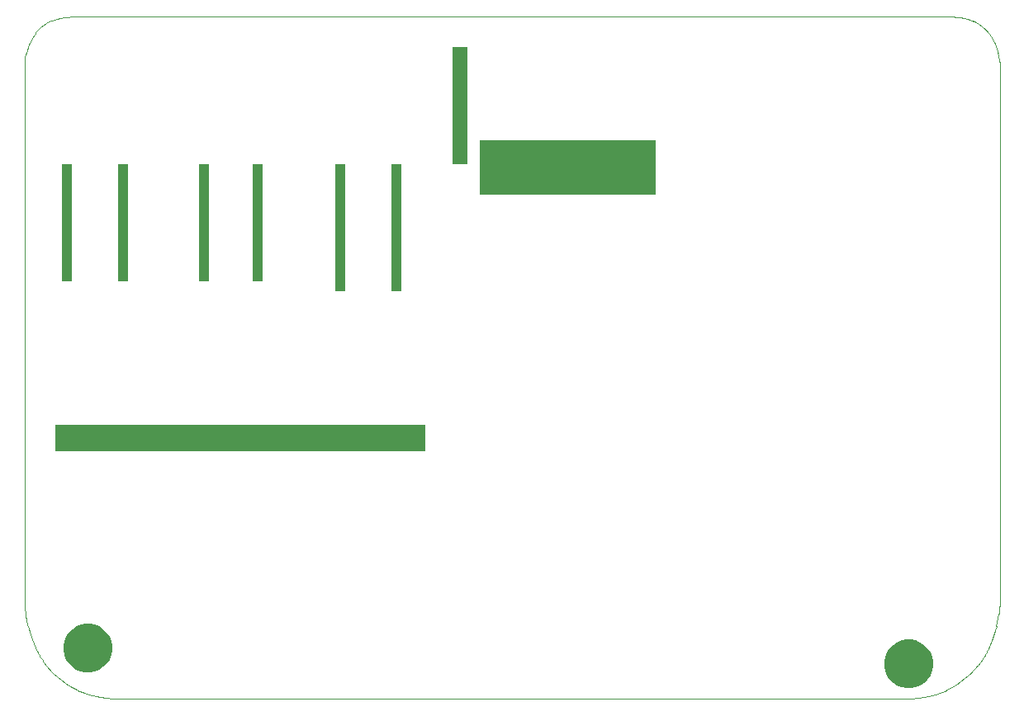
<source format=gbr>
%TF.GenerationSoftware,Altium Limited,Altium Designer,22.0.2 (36)*%
G04 Layer_Color=0*
%FSLAX45Y45*%
%MOMM*%
%TF.SameCoordinates,D2D0E374-18DE-4B15-8EA8-0B9E4DC8859C*%
%TF.FilePolarity,Positive*%
%TF.FileFunction,Profile,NP*%
%TF.Part,Single*%
G01*
G75*
%TA.AperFunction,Profile*%
%ADD84C,0.02540*%
G36*
X9828283Y1372344D02*
Y1347721D01*
X9837890Y1299422D01*
X9856736Y1253925D01*
X9884095Y1212979D01*
X9918917Y1178157D01*
X9959863Y1150797D01*
X10005361Y1131952D01*
X10053660Y1122344D01*
X10078283D01*
X10102906D01*
X10151205Y1131952D01*
X10196702Y1150797D01*
X10237649Y1178157D01*
X10272471Y1212979D01*
X10299830Y1253925D01*
X10318676Y1299422D01*
X10328283Y1347721D01*
Y1372344D01*
Y1396967D01*
X10318676Y1445267D01*
X10299830Y1490764D01*
X10272471Y1531710D01*
X10237649Y1566532D01*
X10196702Y1593891D01*
X10151205Y1612737D01*
X10102906Y1622344D01*
X10078283D01*
X10053660D01*
X10005361Y1612737D01*
X9959863Y1593891D01*
X9918917Y1566532D01*
X9884095Y1531710D01*
X9856736Y1490764D01*
X9837890Y1445267D01*
X9828283Y1396967D01*
Y1372344D01*
D01*
D02*
G37*
G36*
X1412035Y1534434D02*
Y1509811D01*
X1421642Y1461511D01*
X1440487Y1416014D01*
X1467847Y1375068D01*
X1502669Y1340246D01*
X1543615Y1312887D01*
X1589112Y1294041D01*
X1637412Y1284434D01*
X1662035D01*
X1686657D01*
X1734957Y1294041D01*
X1780454Y1312887D01*
X1821400Y1340246D01*
X1856222Y1375068D01*
X1883581Y1416014D01*
X1902427Y1461511D01*
X1912035Y1509811D01*
Y1534434D01*
Y1559057D01*
X1902427Y1607356D01*
X1883581Y1652853D01*
X1856222Y1693800D01*
X1821400Y1728621D01*
X1780454Y1755981D01*
X1734957Y1774826D01*
X1686657Y1784434D01*
X1662035D01*
X1637412D01*
X1589112Y1774826D01*
X1543615Y1755981D01*
X1502669Y1728621D01*
X1467847Y1693800D01*
X1440487Y1652853D01*
X1421642Y1607356D01*
X1412035Y1559057D01*
Y1534434D01*
D01*
D02*
G37*
G36*
X5680000Y6190000D02*
Y6750000D01*
X7480000D01*
Y6190000D01*
X5680000D01*
D02*
G37*
G36*
X5400000Y6500000D02*
Y7700000D01*
X5550000D01*
Y6500000D01*
X5400000D01*
D02*
G37*
G36*
X5125000Y3550000D02*
X1325000D01*
Y3825000D01*
X5125000D01*
Y3550000D01*
D02*
G37*
G36*
X1500000Y5300000D02*
X1400000D01*
Y6500000D01*
X1500000D01*
Y5300000D01*
D02*
G37*
G36*
X1975000D02*
X2075000D01*
Y6500000D01*
X1975000D01*
Y5300000D01*
D02*
G37*
G36*
X3350000D02*
X3450000D01*
Y6500000D01*
X3350000D01*
Y5300000D01*
D02*
G37*
G36*
X2900000D02*
X2800000D01*
Y6500000D01*
X2900000D01*
Y5300000D01*
D02*
G37*
G36*
X4775000Y5200000D02*
X4875000D01*
Y6500000D01*
X4775000D01*
Y5200000D01*
D02*
G37*
G36*
X4300000D02*
X4200000D01*
Y6500000D01*
X4300000D01*
Y5200000D01*
D02*
G37*
D84*
X1013014Y1999457D02*
X1013001Y1999834D01*
X1012988Y2000207D01*
X1012975Y2000574D01*
X1012962Y2000936D01*
X1012950Y2001293D01*
X1012938Y2001645D01*
X1012927Y2001991D01*
X1012916Y2002332D01*
X1012905Y2002668D01*
X1012895Y2002998D01*
X1012885Y2003323D01*
X1012876Y2003643D01*
X1012866Y2003958D01*
X1012858Y2004267D01*
X1012849Y2004571D01*
X1012840Y2004869D01*
X1012833Y2005162D01*
X1012825Y2005450D01*
X1012818Y2005732D01*
X1012811Y2006009D01*
X1012804Y2006280D01*
X1012797Y2006547D01*
X1012791Y2006807D01*
X1012785Y2007062D01*
X1012780Y2007312D01*
X1012774Y2007556D01*
X1012769Y2007795D01*
X1012764Y2008028D01*
X1012759Y2008256D01*
X1012755Y2008478D01*
X1012751Y2008694D01*
X1012747Y2008905D01*
X1012743Y2009111D01*
X1012739Y2009310D01*
X1012736Y2009505D01*
X1012733Y2009693D01*
X1012730Y2009877D01*
X1012727Y2010054D01*
X1012724Y2010226D01*
X1012722Y2010392D01*
X1012720Y2010552D01*
X1012718Y2010707D01*
X1012716Y2010856D01*
X1012714Y2011000D01*
X1012712Y2011137D01*
X1012711Y2011269D01*
X1012709Y2011396D01*
X1012708Y2011516D01*
X1012707Y2011631D01*
X1012706Y2011740D01*
X1012705Y2011843D01*
X1012704Y2011940D01*
X1012703Y2012032D01*
X1012703Y2012117D01*
X1012702Y2012197D01*
X1012702Y2012271D01*
X1012701Y2012340D01*
X1012701Y2012402D01*
X1012701Y2012459D01*
Y2012509D01*
X1012700Y2012554D01*
X1012700Y2012592D01*
Y7512773D01*
X1012700Y7512821D01*
X1012701Y7512849D01*
Y7512880D01*
X1012701Y7512914D01*
X1012701Y7512951D01*
X1012701Y7512991D01*
X1012702Y7513034D01*
X1012702Y7513080D01*
X1012702Y7513128D01*
X1012703Y7513180D01*
X1012703Y7513235D01*
X1012704Y7513292D01*
X1012705Y7513352D01*
X1012705Y7513415D01*
X1012706Y7513481D01*
X1012707Y7513550D01*
X1012708Y7513622D01*
X1012709Y7513696D01*
X1012710Y7513774D01*
X1012711Y7513854D01*
X1012712Y7513937D01*
X1012713Y7514023D01*
X1012715Y7514112D01*
X1012716Y7514203D01*
X1012718Y7514297D01*
X1012720Y7514395D01*
X1012721Y7514494D01*
X1012723Y7514597D01*
X1012725Y7514703D01*
X1012727Y7514811D01*
X1012729Y7514922D01*
X1012732Y7515036D01*
X1012734Y7515153D01*
X1012737Y7515272D01*
X1012740Y7515394D01*
X1012742Y7515519D01*
X1012745Y7515646D01*
X1012749Y7515777D01*
X1012752Y7515910D01*
X1012755Y7516045D01*
X1012759Y7516184D01*
X1012763Y7516325D01*
X1012766Y7516469D01*
X1012770Y7516615D01*
X1012774Y7516764D01*
X1012779Y7516916D01*
X1012783Y7517071D01*
X1012788Y7517228D01*
X1012792Y7517388D01*
X1012798Y7517551D01*
X1012803Y7517716D01*
X1012808Y7517884D01*
X1012813Y7518055D01*
X1012819Y7518228D01*
X1012825Y7518403D01*
X1012831Y7518582D01*
X1012837Y7518763D01*
X1012844Y7518946D01*
X1012850Y7519133D01*
X1012857Y7519322D01*
X1012864Y7519513D01*
X1012871Y7519707D01*
X1012879Y7519903D01*
X1012886Y7520103D01*
X1012894Y7520304D01*
X1012902Y7520509D01*
X1012911Y7520715D01*
X1012919Y7520925D01*
X1012937Y7521351D01*
X1012956Y7521788D01*
X1012976Y7522235D01*
X1012996Y7522691D01*
X1013018Y7523158D01*
X1013041Y7523634D01*
X1013065Y7524121D01*
X1013089Y7524617D01*
X1013115Y7525123D01*
X1013142Y7525639D01*
X1013170Y7526165D01*
X1013200Y7526700D01*
X1013231Y7527245D01*
X1013262Y7527799D01*
X1013295Y7528363D01*
X1013330Y7528936D01*
X1013366Y7529519D01*
X1013402Y7530111D01*
X1013441Y7530712D01*
X1013480Y7531323D01*
X1013521Y7531943D01*
X1013564Y7532572D01*
X1013630Y7533533D01*
X1013700Y7534514D01*
X1013773Y7535515D01*
X1013850Y7536536D01*
X1013930Y7537577D01*
X1014014Y7538638D01*
X1014102Y7539718D01*
X1014193Y7540818D01*
X1014288Y7541937D01*
X1014387Y7543075D01*
X1014526Y7544622D01*
X1014672Y7546202D01*
X1014826Y7547814D01*
X1014987Y7549460D01*
X1015156Y7551137D01*
X1015380Y7553278D01*
X1015616Y7555468D01*
X1015866Y7557706D01*
X1016184Y7560454D01*
X1016523Y7563268D01*
X1016945Y7566634D01*
X1017464Y7570588D01*
X1018097Y7575167D01*
X1019025Y7581484D01*
X1020513Y7590825D01*
D02*
G02*
X1029864Y7636809I652265J-108702D01*
G01*
X1032352Y7646796D01*
X1034507Y7654942D01*
X1036616Y7662521D01*
X1038647Y7669498D01*
X1040791Y7676552D01*
X1042818Y7682960D01*
X1044941Y7689420D01*
X1046909Y7695204D01*
X1048956Y7701022D01*
X1051083Y7706872D01*
X1053291Y7712751D01*
X1055292Y7717916D01*
X1057357Y7723099D01*
X1059488Y7728297D01*
X1061686Y7733509D01*
X1063952Y7738733D01*
X1066286Y7743965D01*
X1068690Y7749206D01*
X1071165Y7754451D01*
X1073712Y7759700D01*
X1076332Y7764950D01*
X1079026Y7770199D01*
X1081794Y7775445D01*
X1084639Y7780686D01*
X1087561Y7785920D01*
X1090560Y7791145D01*
X1093639Y7796359D01*
X1096798Y7801559D01*
X1100038Y7806745D01*
X1103361Y7811912D01*
X1106766Y7817061D01*
X1110256Y7822188D01*
X1113831Y7827291D01*
X1118022Y7833093D01*
X1122328Y7838857D01*
X1126750Y7844582D01*
D02*
G02*
X1131864Y7850972I347289J-272744D01*
G01*
D02*
G02*
X1137129Y7857303I337869J-275600D01*
G01*
D02*
G02*
X1143158Y7864264I329893J-279648D01*
G01*
D02*
G02*
X1150013Y7871825I319932J-283154D01*
G01*
D02*
G02*
X1157759Y7879948I308754J-286663D01*
G01*
D02*
G02*
X1167158Y7889248I299076J-292871D01*
G01*
D02*
G02*
X1180551Y7901535I286388J-298740D01*
G01*
D02*
G02*
X1240078Y7944985I270930J-308678D01*
G01*
D02*
G02*
X1251806Y7951774I215174J-358135D01*
G01*
D02*
G02*
X1261097Y7956803I204944J-367550D01*
G01*
D02*
G02*
X1269661Y7961179I199125J-379152D01*
G01*
D02*
G02*
X1277438Y7964946I192345J-387124D01*
G01*
D02*
G02*
X1284369Y7968145I185097J-391947D01*
G01*
D02*
G02*
X1291421Y7971252I181800J-403129D01*
G01*
X1297561Y7973839D01*
X1303791Y7976355D01*
X1310112Y7978798D01*
X1316523Y7981168D01*
X1321935Y7983086D01*
X1327411Y7984951D01*
X1332952Y7986762D01*
X1338557Y7988519D01*
X1344227Y7990221D01*
X1349963Y7991867D01*
X1354599Y7993144D01*
X1359277Y7994383D01*
X1363998Y7995586D01*
X1368761Y7996752D01*
X1373567Y7997879D01*
X1378416Y7998969D01*
X1383309Y8000020D01*
X1388245Y8001032D01*
X1393224Y8002005D01*
X1398248Y8002938D01*
X1403315Y8003832D01*
X1408426Y8004684D01*
X1413582Y8005496D01*
X1418783Y8006267D01*
X1424028Y8006996D01*
X1427992Y8007516D01*
X1431981Y8008012D01*
X1435995Y8008483D01*
X1440035Y8008931D01*
X1444101Y8009355D01*
X1448192Y8009754D01*
X1452309Y8010128D01*
X1456452Y8010478D01*
X1460621Y8010803D01*
X1464815Y8011102D01*
X1469036Y8011377D01*
X1473284Y8011626D01*
X1477557Y8011850D01*
X1481857Y8012048D01*
X1486183Y8012220D01*
X1490536Y8012366D01*
X1494915Y8012486D01*
X1499321Y8012579D01*
X1503754Y8012646D01*
X1508213Y8012687D01*
X1512700Y8012700D01*
X10512700D01*
X10518676Y8012676D01*
X10523127Y8012627D01*
X10527550Y8012551D01*
X10531947Y8012449D01*
X10536318Y8012320D01*
X10540662Y8012165D01*
X10544979Y8011984D01*
X10549270Y8011778D01*
X10553535Y8011546D01*
X10557773Y8011288D01*
X10561985Y8011005D01*
X10566172Y8010697D01*
X10570332Y8010364D01*
X10574466Y8010006D01*
X10578575Y8009623D01*
X10582657Y8009216D01*
X10586714Y8008785D01*
X10590746Y8008329D01*
X10594751Y8007849D01*
X10598732Y8007345D01*
X10602687Y8006818D01*
X10606617Y8006267D01*
X10611817Y8005496D01*
X10616973Y8004684D01*
X10622085Y8003832D01*
X10627152Y8002938D01*
X10632176Y8002005D01*
X10637155Y8001032D01*
X10642091Y8000020D01*
X10646984Y7998969D01*
X10651833Y7997879D01*
X10656639Y7996752D01*
X10661402Y7995586D01*
X10666123Y7994383D01*
X10670801Y7993144D01*
X10675437Y7991867D01*
X10680031Y7990555D01*
X10685714Y7988864D01*
X10691332Y7987118D01*
X10696886Y7985317D01*
X10702375Y7983463D01*
X10707800Y7981556D01*
X10713161Y7979596D01*
X10719512Y7977177D01*
X10725772Y7974685D01*
X10731942Y7972122D01*
X10739028Y7969042D01*
D02*
G02*
X10745994Y7965870I-178409J-400938D01*
G01*
D02*
G02*
X10753809Y7962132I-181171J-388829D01*
G01*
D02*
G02*
X10762417Y7957788I-187570J-382364D01*
G01*
D02*
G02*
X10771755Y7952794I-194920J-375689D01*
G01*
D02*
G02*
X10782650Y7946576I-202506J-367523D01*
G01*
D02*
G02*
X10796659Y7937923I-210599J-356613D01*
G01*
D02*
G02*
X10860968Y7886612I-222819J-345213D01*
G01*
D02*
G02*
X10870255Y7877256I-293221J-300346D01*
G01*
D02*
G02*
X10877907Y7869088I-305322J-293727D01*
G01*
D02*
G02*
X10884070Y7862184I-314082J-286609D01*
G01*
D02*
G02*
X10890043Y7855199I-324052J-283128D01*
G01*
D02*
G02*
X10895258Y7848848I-331958J-277890D01*
G01*
D02*
G02*
X10900322Y7842440I-342788J-276118D01*
G01*
X10904700Y7836700D01*
X10908963Y7830921D01*
X10913112Y7825107D01*
X10916650Y7819994D01*
X10920103Y7814857D01*
X10923473Y7809700D01*
X10926760Y7804524D01*
X10929965Y7799332D01*
X10933090Y7794126D01*
X10936135Y7788907D01*
X10939101Y7783678D01*
X10941990Y7778441D01*
X10944802Y7773197D01*
X10947538Y7767950D01*
X10950200Y7762700D01*
X10952788Y7757450D01*
X10955304Y7752203D01*
X10957749Y7746959D01*
X10960123Y7741722D01*
X10962428Y7736493D01*
X10964664Y7731274D01*
X10966833Y7726068D01*
X10968936Y7720876D01*
X10970973Y7715700D01*
X10973223Y7709808D01*
X10975391Y7703943D01*
X10977477Y7698109D01*
X10979485Y7692307D01*
X10981650Y7685825D01*
X10983720Y7679393D01*
X10985695Y7673016D01*
X10987782Y7666000D01*
X10989950Y7658374D01*
X10992168Y7650174D01*
X10994568Y7640777D01*
D02*
G02*
X10997368Y7628989I-631487J-156236D01*
G01*
D02*
G02*
X11006774Y7578824I-644601J-146828D01*
G01*
X11007591Y7573115D01*
X11008200Y7568597D01*
X11008700Y7564700D01*
X11009105Y7561384D01*
X11009430Y7558614D01*
X11009686Y7556357D01*
X11009927Y7554148D01*
X11010156Y7551987D01*
X11010329Y7550294D01*
X11010494Y7548633D01*
X11010652Y7547004D01*
X11010802Y7545408D01*
X11010944Y7543844D01*
X11011079Y7542314D01*
X11011176Y7541189D01*
X11011268Y7540083D01*
X11011357Y7538996D01*
X11011442Y7537929D01*
X11011524Y7536881D01*
X11011602Y7535853D01*
X11011676Y7534845D01*
X11011747Y7533857D01*
X11011814Y7532890D01*
X11011857Y7532256D01*
X11011899Y7531632D01*
X11011940Y7531017D01*
X11011978Y7530411D01*
X11012016Y7529814D01*
X11012052Y7529226D01*
X11012087Y7528648D01*
X11012121Y7528080D01*
X11012153Y7527521D01*
X11012185Y7526971D01*
X11012215Y7526431D01*
X11012244Y7525901D01*
X11012271Y7525380D01*
X11012298Y7524869D01*
X11012323Y7524368D01*
X11012348Y7523876D01*
X11012371Y7523395D01*
X11012393Y7522923D01*
X11012414Y7522462D01*
X11012434Y7522010D01*
X11012453Y7521568D01*
X11012472Y7521137D01*
X11012489Y7520715D01*
X11012497Y7520509D01*
X11012506Y7520304D01*
X11012513Y7520103D01*
X11012521Y7519903D01*
X11012528Y7519707D01*
X11012536Y7519513D01*
X11012543Y7519322D01*
X11012549Y7519133D01*
X11012556Y7518946D01*
X11012563Y7518763D01*
X11012569Y7518582D01*
X11012575Y7518403D01*
X11012581Y7518228D01*
X11012587Y7518055D01*
X11012592Y7517884D01*
X11012597Y7517716D01*
X11012602Y7517551D01*
X11012607Y7517388D01*
X11012612Y7517228D01*
X11012617Y7517071D01*
X11012621Y7516916D01*
X11012625Y7516764D01*
X11012630Y7516615D01*
X11012634Y7516469D01*
X11012637Y7516325D01*
X11012641Y7516184D01*
X11012645Y7516045D01*
X11012648Y7515910D01*
X11012651Y7515777D01*
X11012654Y7515646D01*
X11012657Y7515519D01*
X11012660Y7515394D01*
X11012663Y7515272D01*
X11012666Y7515153D01*
X11012668Y7515036D01*
X11012670Y7514922D01*
X11012672Y7514811D01*
X11012675Y7514703D01*
X11012677Y7514597D01*
X11012679Y7514494D01*
X11012680Y7514395D01*
X11012682Y7514297D01*
X11012684Y7514203D01*
X11012685Y7514112D01*
X11012686Y7514023D01*
X11012688Y7513937D01*
X11012689Y7513854D01*
X11012690Y7513774D01*
X11012691Y7513696D01*
X11012692Y7513622D01*
X11012693Y7513550D01*
X11012694Y7513481D01*
X11012695Y7513415D01*
X11012695Y7513352D01*
X11012696Y7513292D01*
X11012697Y7513235D01*
X11012697Y7513180D01*
X11012698Y7513128D01*
X11012698Y7513080D01*
X11012698Y7513034D01*
X11012699Y7512991D01*
X11012699Y7512951D01*
X11012699Y7512914D01*
X11012699Y7512880D01*
Y7512849D01*
X11012700Y7512821D01*
X11012700Y7512773D01*
Y2012592D01*
X11012700Y2012554D01*
X11012699Y2012509D01*
Y2012459D01*
X11012699Y2012402D01*
X11012699Y2012340D01*
X11012698Y2012271D01*
X11012698Y2012197D01*
X11012697Y2012117D01*
X11012697Y2012032D01*
X11012696Y2011940D01*
X11012695Y2011843D01*
X11012694Y2011740D01*
X11012693Y2011631D01*
X11012692Y2011516D01*
X11012691Y2011396D01*
X11012689Y2011269D01*
X11012688Y2011137D01*
X11012686Y2011000D01*
X11012684Y2010856D01*
X11012682Y2010707D01*
X11012680Y2010552D01*
X11012678Y2010392D01*
X11012675Y2010226D01*
X11012673Y2010054D01*
X11012670Y2009877D01*
X11012667Y2009693D01*
X11012664Y2009505D01*
X11012661Y2009310D01*
X11012657Y2009111D01*
X11012653Y2008905D01*
X11012649Y2008694D01*
X11012645Y2008478D01*
X11012641Y2008256D01*
X11012636Y2008028D01*
X11012631Y2007795D01*
X11012626Y2007556D01*
X11012620Y2007312D01*
X11012615Y2007062D01*
X11012609Y2006807D01*
X11012603Y2006547D01*
X11012596Y2006280D01*
X11012589Y2006009D01*
X11012582Y2005732D01*
X11012575Y2005450D01*
X11012567Y2005162D01*
X11012559Y2004869D01*
X11012551Y2004571D01*
X11012542Y2004267D01*
X11012533Y2003958D01*
X11012524Y2003643D01*
X11012515Y2003323D01*
X11012505Y2002998D01*
X11012495Y2002668D01*
X11012484Y2002332D01*
X11012473Y2001991D01*
X11012462Y2001645D01*
X11012450Y2001293D01*
X11012438Y2000936D01*
X11012425Y2000574D01*
X11012412Y2000207D01*
X11012399Y1999834D01*
X11012385Y1999457D01*
X11012371Y1999074D01*
X11012357Y1998686D01*
X11012342Y1998293D01*
X11012327Y1997894D01*
X11012311Y1997491D01*
X11012295Y1997082D01*
X11012278Y1996669D01*
X11012243Y1995826D01*
X11012207Y1994963D01*
X11012168Y1994080D01*
X11012128Y1993177D01*
X11012086Y1992253D01*
X11012041Y1991310D01*
X11011995Y1990347D01*
X11011946Y1989364D01*
X11011896Y1988362D01*
X11011843Y1987340D01*
X11011787Y1986298D01*
X11011730Y1985238D01*
X11011670Y1984158D01*
X11011607Y1983059D01*
X11011542Y1981940D01*
X11011475Y1980803D01*
X11011405Y1979647D01*
X11011332Y1978472D01*
X11011257Y1977279D01*
X11011179Y1976067D01*
X11011098Y1974836D01*
X11011015Y1973587D01*
X11010928Y1972320D01*
X11010793Y1970385D01*
X11010652Y1968410D01*
X11010503Y1966394D01*
X11010347Y1964338D01*
X11010184Y1962243D01*
X11010014Y1960108D01*
X11009837Y1957935D01*
X11009651Y1955722D01*
X11009458Y1953472D01*
X11009188Y1950412D01*
X11008904Y1947285D01*
X11008604Y1944092D01*
X11008289Y1940834D01*
X11007958Y1937511D01*
X11007611Y1934125D01*
X11007155Y1929803D01*
X11006671Y1925385D01*
X11006161Y1920871D01*
X11005511Y1915331D01*
X11004700Y1908700D01*
X11003701Y1900906D01*
X11002482Y1891869D01*
X11000848Y1880453D01*
D02*
G02*
X10982035Y1780121I-1308501J193416D01*
G01*
D02*
G02*
X10976435Y1756546I-1272957J289935D01*
G01*
X10971636Y1737752D01*
X10967201Y1721352D01*
X10962864Y1706100D01*
X10958690Y1692068D01*
X10954739Y1679314D01*
X10950601Y1666450D01*
X10946270Y1653485D01*
X10942255Y1641883D01*
X10938082Y1630214D01*
X10933746Y1618484D01*
X10929246Y1606700D01*
X10925171Y1596349D01*
X10920966Y1585965D01*
X10916628Y1575552D01*
X10912155Y1565114D01*
X10907546Y1554656D01*
X10902798Y1544181D01*
X10897909Y1533694D01*
X10892877Y1523199D01*
X10887700Y1512700D01*
X10882376Y1502201D01*
X10876903Y1491705D01*
X10871279Y1481219D01*
X10865502Y1470744D01*
X10859570Y1460286D01*
X10853480Y1449848D01*
X10847231Y1439435D01*
X10840820Y1429051D01*
X10834246Y1418700D01*
X10827507Y1408386D01*
X10820600Y1398113D01*
X10813523Y1387885D01*
X10805225Y1376257D01*
X10796700Y1364700D01*
X10787944Y1353219D01*
D02*
G02*
X10777815Y1340403I-698682J541783D01*
G01*
D02*
G02*
X10767385Y1327701I-683111J550249D01*
G01*
D02*
G02*
X10755441Y1313731I-663037J554829D01*
G01*
D02*
G02*
X10743114Y1299924I-645118J563566D01*
G01*
D02*
G02*
X10727810Y1283588I-626939J572014D01*
G01*
D02*
G02*
X10709235Y1264877I-604226J581222D01*
G01*
D02*
G02*
X10580619Y1162254I-574258J587806D01*
G01*
D02*
G02*
X10552600Y1144947I-450203J697499D01*
G01*
D02*
G02*
X10530810Y1132513I-426204J721579D01*
G01*
D02*
G02*
X10512134Y1122524I-408347J741044D01*
G01*
D02*
G02*
X10494918Y1113836I-395040J761403D01*
G01*
D02*
G02*
X10479288Y1106360I-381902J778397D01*
G01*
D02*
G02*
X10465357Y1100015I-369949J793707D01*
G01*
X10451184Y1093856D01*
X10438844Y1088729D01*
X10426324Y1083745D01*
X10413623Y1078907D01*
X10402900Y1074988D01*
X10392050Y1071174D01*
X10381071Y1067465D01*
X10369964Y1063864D01*
X10358728Y1060372D01*
X10347361Y1056990D01*
X10338174Y1054365D01*
X10328902Y1051813D01*
X10319546Y1049333D01*
X10310105Y1046928D01*
X10300578Y1044597D01*
X10290966Y1042342D01*
X10281267Y1040162D01*
X10271482Y1038060D01*
X10261610Y1036036D01*
X10251651Y1034090D01*
X10241605Y1032223D01*
X10231470Y1030437D01*
X10221247Y1028731D01*
X10210935Y1027107D01*
X10200534Y1025565D01*
X10192674Y1024464D01*
X10184764Y1023409D01*
X10176803Y1022402D01*
X10168791Y1021442D01*
X10160728Y1020531D01*
X10152615Y1019668D01*
X10144449Y1018853D01*
X10136232Y1018088D01*
X10127964Y1017372D01*
X10119644Y1016706D01*
X10111271Y1016089D01*
X10102847Y1015523D01*
X10094370Y1015008D01*
X10085841Y1014544D01*
X10077258Y1014131D01*
X10068624Y1013769D01*
X10059936Y1013460D01*
X10051195Y1013202D01*
X10042401Y1012998D01*
X10033553Y1012846D01*
X10024652Y1012748D01*
X10012700Y1012700D01*
X2012700D01*
X2000748Y1012748D01*
X1991847Y1012846D01*
X1982999Y1012998D01*
X1974205Y1013202D01*
X1965464Y1013460D01*
X1956776Y1013769D01*
X1948141Y1014131D01*
X1939559Y1014544D01*
X1931030Y1015008D01*
X1922553Y1015523D01*
X1914129Y1016089D01*
X1905756Y1016706D01*
X1897436Y1017372D01*
X1889167Y1018088D01*
X1880951Y1018853D01*
X1872785Y1019668D01*
X1864671Y1020531D01*
X1856609Y1021442D01*
X1848597Y1022402D01*
X1840636Y1023409D01*
X1832726Y1024464D01*
X1824866Y1025565D01*
X1814465Y1027107D01*
X1804153Y1028731D01*
X1793930Y1030437D01*
X1783795Y1032223D01*
X1773749Y1034090D01*
X1763789Y1036036D01*
X1753917Y1038060D01*
X1744133Y1040162D01*
X1734434Y1042342D01*
X1724822Y1044597D01*
X1715295Y1046928D01*
X1705854Y1049333D01*
X1696498Y1051813D01*
X1687226Y1054365D01*
X1678039Y1056990D01*
X1666672Y1060372D01*
X1655436Y1063864D01*
X1644329Y1067465D01*
X1633350Y1071174D01*
X1622500Y1074988D01*
X1611777Y1078907D01*
X1599076Y1083745D01*
X1586556Y1088729D01*
X1574216Y1093856D01*
X1560043Y1100015D01*
D02*
G02*
X1546112Y1106360I355585J799168D01*
G01*
D02*
G02*
X1530482Y1113836I367300J787997D01*
G01*
D02*
G02*
X1513266Y1122524I378611J771626D01*
G01*
D02*
G02*
X1494590Y1132512I390576J752761D01*
G01*
D02*
G02*
X1472799Y1144947I404821J734708D01*
G01*
D02*
G02*
X1444781Y1162254I422212J714844D01*
G01*
D02*
G02*
X1316164Y1264877I445642J690431D01*
G01*
D02*
G02*
X1297590Y1283589I586908J601165D01*
G01*
D02*
G02*
X1282286Y1299924I612508J589187D01*
G01*
D02*
G02*
X1269959Y1313731I633862J578319D01*
G01*
D02*
G02*
X1258014Y1327701I652193J569752D01*
G01*
D02*
G02*
X1247585Y1340403I673557J563634D01*
G01*
D02*
G02*
X1237455Y1353219I690962J556545D01*
G01*
X1228700Y1364700D01*
X1220175Y1376257D01*
X1211877Y1387885D01*
X1204800Y1398113D01*
X1197893Y1408386D01*
X1191154Y1418700D01*
X1184580Y1429051D01*
X1178169Y1439435D01*
X1171920Y1449848D01*
X1165830Y1460286D01*
X1159898Y1470744D01*
X1154121Y1481219D01*
X1148497Y1491705D01*
X1143024Y1502201D01*
X1137700Y1512700D01*
X1132523Y1523199D01*
X1127491Y1533694D01*
X1122602Y1544181D01*
X1117854Y1554656D01*
X1113245Y1565114D01*
X1108772Y1575552D01*
X1104434Y1585965D01*
X1100228Y1596349D01*
X1096154Y1606700D01*
X1091654Y1618484D01*
X1087318Y1630214D01*
X1083145Y1641883D01*
X1079130Y1653485D01*
X1074799Y1666450D01*
X1070661Y1679314D01*
X1066710Y1692068D01*
X1062536Y1706100D01*
X1058199Y1721352D01*
X1053763Y1737752D01*
X1048965Y1756546D01*
D02*
G02*
X1043364Y1780122I1268885J313884D01*
G01*
D02*
G02*
X1024552Y1880453I1289789J293760D01*
G01*
X1022918Y1891869D01*
X1021699Y1900906D01*
X1020700Y1908700D01*
X1019889Y1915331D01*
X1019239Y1920871D01*
X1018728Y1925385D01*
X1018245Y1929803D01*
X1017788Y1934125D01*
X1017441Y1937511D01*
X1017111Y1940834D01*
X1016796Y1944092D01*
X1016496Y1947285D01*
X1016212Y1950412D01*
X1015942Y1953472D01*
X1015749Y1955722D01*
X1015563Y1957935D01*
X1015386Y1960108D01*
X1015215Y1962243D01*
X1015053Y1964338D01*
X1014897Y1966394D01*
X1014748Y1968410D01*
X1014607Y1970385D01*
X1014471Y1972320D01*
X1014385Y1973587D01*
X1014302Y1974836D01*
X1014221Y1976067D01*
X1014143Y1977279D01*
X1014068Y1978472D01*
X1013995Y1979647D01*
X1013925Y1980803D01*
X1013858Y1981940D01*
X1013793Y1983059D01*
X1013730Y1984158D01*
X1013670Y1985238D01*
X1013613Y1986298D01*
X1013557Y1987340D01*
X1013504Y1988362D01*
X1013453Y1989364D01*
X1013405Y1990347D01*
X1013358Y1991310D01*
X1013314Y1992253D01*
X1013272Y1993177D01*
X1013231Y1994080D01*
X1013193Y1994963D01*
X1013156Y1995826D01*
X1013122Y1996669D01*
X1013105Y1997082D01*
X1013089Y1997491D01*
X1013073Y1997894D01*
X1013058Y1998293D01*
X1013043Y1998686D01*
X1013028Y1999074D01*
X1013014Y1999457D01*
%TF.MD5,421e95aba2610bd54e981952f3b88a07*%
M02*

</source>
